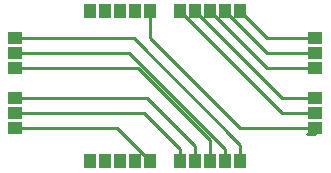
<source format=gbr>
G04 #@! TF.FileFunction,Copper,L1,Top,Signal*
%FSLAX46Y46*%
G04 Gerber Fmt 4.6, Leading zero omitted, Abs format (unit mm)*
G04 Created by KiCad (PCBNEW 4.0.7) date 2018 March 08, Thursday 11:57:54*
%MOMM*%
%LPD*%
G01*
G04 APERTURE LIST*
%ADD10C,0.100000*%
%ADD11C,1.016000*%
%ADD12R,1.270000X1.016000*%
%ADD13R,1.016000X1.270000*%
%ADD14C,0.250000*%
G04 APERTURE END LIST*
D10*
D11*
X63500000Y-40386000D03*
X63500000Y-41656000D03*
X63500000Y-42926000D03*
X63500000Y-45466000D03*
X63500000Y-46736000D03*
X63500000Y-48006000D03*
D12*
X63500000Y-40386000D03*
X63500000Y-41656000D03*
X63500000Y-42926000D03*
X63500000Y-45466000D03*
X63500000Y-46736000D03*
X63500000Y-48006000D03*
D11*
X82550000Y-50800000D03*
X81280000Y-50800000D03*
X80010000Y-50800000D03*
X78740000Y-50800000D03*
X77470000Y-50800000D03*
X74930000Y-50800000D03*
X73660000Y-50800000D03*
X72390000Y-50800000D03*
X71120000Y-50800000D03*
X69850000Y-50800000D03*
D13*
X69850000Y-50800000D03*
X71120000Y-50800000D03*
X72390000Y-50800000D03*
X73660000Y-50800000D03*
X74930000Y-50800000D03*
X77470000Y-50800000D03*
X78740000Y-50800000D03*
X80010000Y-50800000D03*
X81280000Y-50800000D03*
X82550000Y-50800000D03*
D11*
X82550000Y-38100000D03*
X81280000Y-38100000D03*
X80010000Y-38100000D03*
X78740000Y-38100000D03*
X77470000Y-38100000D03*
X74930000Y-38100000D03*
X73660000Y-38100000D03*
X72390000Y-38100000D03*
X71120000Y-38100000D03*
X69850000Y-38100000D03*
D13*
X82550000Y-38100000D03*
X81280000Y-38100000D03*
X80010000Y-38100000D03*
X78740000Y-38100000D03*
X77470000Y-38100000D03*
X74930000Y-38100000D03*
X73660000Y-38100000D03*
X72390000Y-38100000D03*
X71120000Y-38100000D03*
X69850000Y-38100000D03*
D11*
X88900000Y-40386000D03*
X88900000Y-41656000D03*
X88900000Y-42926000D03*
X88900000Y-45466000D03*
X88900000Y-46736000D03*
X88900000Y-48006000D03*
D12*
X88900000Y-48006000D03*
X88900000Y-46736000D03*
X88900000Y-45466000D03*
X88900000Y-42926000D03*
X88900000Y-41656000D03*
X88900000Y-40386000D03*
D14*
X73533000Y-40386000D02*
X82550000Y-49403000D01*
X82550000Y-49403000D02*
X82550000Y-50800000D01*
X63500000Y-40386000D02*
X73533000Y-40386000D01*
X73152000Y-41656000D02*
X81280000Y-49784000D01*
X81280000Y-49784000D02*
X81280000Y-50800000D01*
X63500000Y-41656000D02*
X73152000Y-41656000D01*
X63500000Y-42926000D02*
X73914000Y-42926000D01*
X80010000Y-49022000D02*
X80010000Y-50800000D01*
X73914000Y-42926000D02*
X80010000Y-49022000D01*
X74676000Y-45466000D02*
X78740000Y-49530000D01*
X78740000Y-49530000D02*
X78740000Y-50800000D01*
X63500000Y-45466000D02*
X74676000Y-45466000D01*
X63500000Y-46736000D02*
X74422000Y-46736000D01*
X74422000Y-46736000D02*
X77470000Y-49784000D01*
X77470000Y-49784000D02*
X77470000Y-50800000D01*
X63500000Y-48006000D02*
X72136000Y-48006000D01*
X72136000Y-48006000D02*
X74930000Y-50800000D01*
X82550000Y-48006000D02*
X74930000Y-40386000D01*
X74930000Y-40386000D02*
X74930000Y-38100000D01*
X88900000Y-48006000D02*
X82550000Y-48006000D01*
X88900000Y-46736000D02*
X86106000Y-46736000D01*
X86106000Y-46736000D02*
X77470000Y-38100000D01*
X88900000Y-45466000D02*
X86106000Y-45466000D01*
X86106000Y-45466000D02*
X78740000Y-38100000D01*
X88900000Y-42926000D02*
X84836000Y-42926000D01*
X84836000Y-42926000D02*
X80010000Y-38100000D01*
X88900000Y-41656000D02*
X84836000Y-41656000D01*
X84836000Y-41656000D02*
X81280000Y-38100000D01*
X88900000Y-40386000D02*
X84836000Y-40386000D01*
X84836000Y-40386000D02*
X82550000Y-38100000D01*
X88900000Y-48514000D02*
X88181580Y-48514000D01*
M02*

</source>
